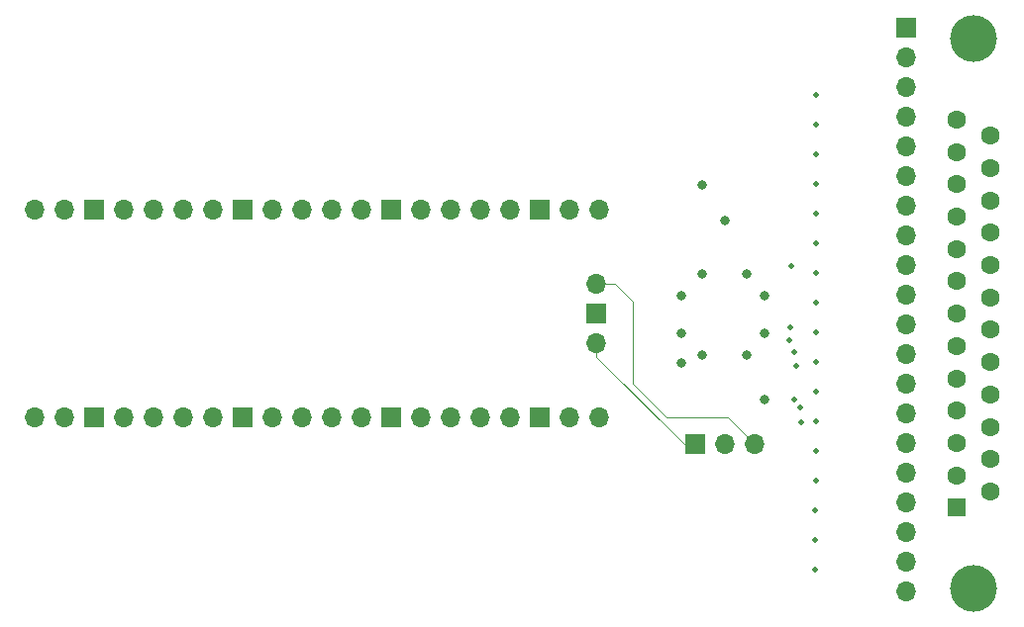
<source format=gbr>
%TF.GenerationSoftware,KiCad,Pcbnew,6.0.10-86aedd382b~118~ubuntu20.04.1*%
%TF.CreationDate,2022-12-31T17:49:26-08:00*%
%TF.ProjectId,parallel2usb,70617261-6c6c-4656-9c32-7573622e6b69,rev?*%
%TF.SameCoordinates,Original*%
%TF.FileFunction,Copper,L2,Inr*%
%TF.FilePolarity,Positive*%
%FSLAX46Y46*%
G04 Gerber Fmt 4.6, Leading zero omitted, Abs format (unit mm)*
G04 Created by KiCad (PCBNEW 6.0.10-86aedd382b~118~ubuntu20.04.1) date 2022-12-31 17:49:26*
%MOMM*%
%LPD*%
G01*
G04 APERTURE LIST*
%TA.AperFunction,ComponentPad*%
%ADD10O,1.700000X1.700000*%
%TD*%
%TA.AperFunction,ComponentPad*%
%ADD11R,1.700000X1.700000*%
%TD*%
%TA.AperFunction,ComponentPad*%
%ADD12C,4.000000*%
%TD*%
%TA.AperFunction,ComponentPad*%
%ADD13R,1.600000X1.600000*%
%TD*%
%TA.AperFunction,ComponentPad*%
%ADD14C,1.600000*%
%TD*%
%TA.AperFunction,ViaPad*%
%ADD15C,0.460000*%
%TD*%
%TA.AperFunction,ViaPad*%
%ADD16C,0.800000*%
%TD*%
%TA.AperFunction,Conductor*%
%ADD17C,0.100000*%
%TD*%
G04 APERTURE END LIST*
D10*
%TO.N,unconnected-(U2-Pad1)*%
%TO.C,U2*%
X120194200Y-110490000D03*
%TO.N,unconnected-(U2-Pad2)*%
X122734200Y-110490000D03*
D11*
%TO.N,GND*%
X125274200Y-110490000D03*
D10*
%TO.N,unconnected-(U2-Pad4)*%
X127814200Y-110490000D03*
%TO.N,unconnected-(U2-Pad5)*%
X130354200Y-110490000D03*
%TO.N,/D7_3*%
X132894200Y-110490000D03*
%TO.N,/D6_3*%
X135434200Y-110490000D03*
D11*
%TO.N,GND*%
X137974200Y-110490000D03*
D10*
%TO.N,/D5_3*%
X140514200Y-110490000D03*
%TO.N,/D4_3*%
X143054200Y-110490000D03*
%TO.N,/D3_3*%
X145594200Y-110490000D03*
%TO.N,/D2_3*%
X148134200Y-110490000D03*
D11*
%TO.N,GND*%
X150674200Y-110490000D03*
D10*
%TO.N,/D1_3*%
X153214200Y-110490000D03*
%TO.N,/D0_3*%
X155754200Y-110490000D03*
%TO.N,/SELIN_3*%
X158294200Y-110490000D03*
%TO.N,/INIT_3*%
X160834200Y-110490000D03*
D11*
%TO.N,GND*%
X163374200Y-110490000D03*
D10*
%TO.N,/AUTOF_3*%
X165914200Y-110490000D03*
%TO.N,/STROBE_3*%
X168454200Y-110490000D03*
%TO.N,/DIR*%
X168454200Y-92710000D03*
%TO.N,/HD*%
X165914200Y-92710000D03*
D11*
%TO.N,GND*%
X163374200Y-92710000D03*
D10*
%TO.N,/SEL_3*%
X160834200Y-92710000D03*
%TO.N,/PE_3*%
X158294200Y-92710000D03*
%TO.N,/BUSY_3*%
X155754200Y-92710000D03*
%TO.N,/ACK_3*%
X153214200Y-92710000D03*
D11*
%TO.N,GND*%
X150674200Y-92710000D03*
D10*
%TO.N,/ERROR_3*%
X148134200Y-92710000D03*
%TO.N,unconnected-(U2-Pad30)*%
X145594200Y-92710000D03*
%TO.N,unconnected-(U2-Pad31)*%
X143054200Y-92710000D03*
%TO.N,unconnected-(U2-Pad32)*%
X140514200Y-92710000D03*
D11*
%TO.N,GND*%
X137974200Y-92710000D03*
D10*
%TO.N,unconnected-(U2-Pad34)*%
X135434200Y-92710000D03*
%TO.N,unconnected-(U2-Pad35)*%
X132894200Y-92710000D03*
%TO.N,Vcc*%
X130354200Y-92710000D03*
%TO.N,unconnected-(U2-Pad37)*%
X127814200Y-92710000D03*
D11*
%TO.N,GND*%
X125274200Y-92710000D03*
D10*
%TO.N,unconnected-(U2-Pad39)*%
X122734200Y-92710000D03*
%TO.N,Vcc_Cable*%
X120194200Y-92710000D03*
%TO.N,/SWCLK*%
X168224200Y-104140000D03*
D11*
%TO.N,GND*%
X168224200Y-101600000D03*
D10*
%TO.N,/SWDIO*%
X168224200Y-99060000D03*
%TD*%
D12*
%TO.N,GND*%
%TO.C,J1*%
X200508000Y-78055000D03*
X200508000Y-125155000D03*
D13*
%TO.N,/STROBE*%
X199088000Y-118225000D03*
D14*
%TO.N,/D0*%
X199088000Y-115455000D03*
%TO.N,/D1*%
X199088000Y-112685000D03*
%TO.N,/D2*%
X199088000Y-109915000D03*
%TO.N,/D3*%
X199088000Y-107145000D03*
%TO.N,/D4*%
X199088000Y-104375000D03*
%TO.N,/D5*%
X199088000Y-101605000D03*
%TO.N,/D6*%
X199088000Y-98835000D03*
%TO.N,/D7*%
X199088000Y-96065000D03*
%TO.N,/ACK*%
X199088000Y-93295000D03*
%TO.N,/BUSY*%
X199088000Y-90525000D03*
%TO.N,/PE*%
X199088000Y-87755000D03*
%TO.N,/SEL*%
X199088000Y-84985000D03*
%TO.N,/AUTOF*%
X201928000Y-116840000D03*
%TO.N,/ERROR*%
X201928000Y-114070000D03*
%TO.N,/INIT*%
X201928000Y-111300000D03*
%TO.N,/SELIN*%
X201928000Y-108530000D03*
%TO.N,GND*%
X201928000Y-105760000D03*
X201928000Y-102990000D03*
X201928000Y-100220000D03*
X201928000Y-97450000D03*
X201928000Y-94680000D03*
X201928000Y-91910000D03*
X201928000Y-89140000D03*
X201928000Y-86370000D03*
%TD*%
D11*
%TO.N,/SWCLK*%
%TO.C,J3*%
X176672000Y-112776000D03*
D10*
%TO.N,GND*%
X179212000Y-112776000D03*
%TO.N,/SWDIO*%
X181752000Y-112776000D03*
%TD*%
D11*
%TO.N,Vcc*%
%TO.C,J2*%
X194770000Y-77089000D03*
D10*
%TO.N,Vcc_Cable*%
X194770000Y-79629000D03*
%TO.N,/SEL*%
X194770000Y-82169000D03*
%TO.N,/PE*%
X194770000Y-84709000D03*
%TO.N,/BUSY*%
X194770000Y-87249000D03*
%TO.N,/ACK*%
X194770000Y-89789000D03*
%TO.N,/D7*%
X194770000Y-92329000D03*
%TO.N,/D6*%
X194770000Y-94869000D03*
%TO.N,/D5*%
X194770000Y-97409000D03*
%TO.N,/D4*%
X194770000Y-99949000D03*
%TO.N,/D3*%
X194770000Y-102489000D03*
%TO.N,/SELIN*%
X194770000Y-105029000D03*
%TO.N,/D2*%
X194770000Y-107569000D03*
%TO.N,/INIT*%
X194770000Y-110109000D03*
%TO.N,/D1*%
X194770000Y-112649000D03*
%TO.N,/ERROR*%
X194770000Y-115189000D03*
%TO.N,/D0*%
X194770000Y-117729000D03*
%TO.N,/AUTOF*%
X194770000Y-120269000D03*
%TO.N,/STROBE*%
X194770000Y-122809000D03*
%TO.N,GND*%
X194770000Y-125349000D03*
%TD*%
D15*
%TO.N,GND*%
X186994800Y-113385600D03*
X186994800Y-82905600D03*
X186994800Y-87985600D03*
D16*
X182626000Y-100076000D03*
D15*
X186994800Y-110845600D03*
D16*
X175514000Y-100076000D03*
X182626000Y-108966000D03*
D15*
X186994800Y-85445600D03*
X186994800Y-108305600D03*
X186994800Y-98145600D03*
X186994800Y-103225600D03*
X186994800Y-93065600D03*
X186994800Y-90525600D03*
X186994800Y-105765600D03*
X186969400Y-121005600D03*
X186994800Y-95605600D03*
X186994800Y-115925600D03*
D16*
X175514000Y-103251000D03*
X182626000Y-103251000D03*
D15*
X186969400Y-123545600D03*
D16*
X179197000Y-93599000D03*
D15*
X186994800Y-100685600D03*
X186969400Y-118465600D03*
D16*
X175514000Y-105791000D03*
%TO.N,Vcc*%
X177292000Y-90551000D03*
X177292000Y-105156000D03*
X177292000Y-98171000D03*
%TO.N,Vcc_Cable*%
X181102000Y-105156000D03*
X181102000Y-98171000D03*
D15*
%TO.N,Net-(U1-Pad35)*%
X185369200Y-106095800D03*
X184785000Y-102819200D03*
%TO.N,Net-(U1-Pad33)*%
X185724800Y-110921800D03*
X184759600Y-103860600D03*
%TO.N,Net-(U1-Pad32)*%
X185194974Y-108966000D03*
X185166000Y-104902000D03*
%TO.N,Net-(U1-Pad43)*%
X184912000Y-97536000D03*
X185674000Y-109601000D03*
%TD*%
D17*
%TO.N,/SWCLK*%
X168224200Y-105278200D02*
X168224200Y-104140000D01*
X176672000Y-112776000D02*
X175722000Y-112776000D01*
X175722000Y-112776000D02*
X168224200Y-105278200D01*
%TO.N,/SWDIO*%
X171323000Y-100584000D02*
X169799000Y-99060000D01*
X179466000Y-110490000D02*
X174244000Y-110490000D01*
X174244000Y-110490000D02*
X171323000Y-107569000D01*
X169799000Y-99060000D02*
X168224200Y-99060000D01*
X171323000Y-107569000D02*
X171323000Y-100584000D01*
X181752000Y-112776000D02*
X179466000Y-110490000D01*
%TD*%
M02*

</source>
